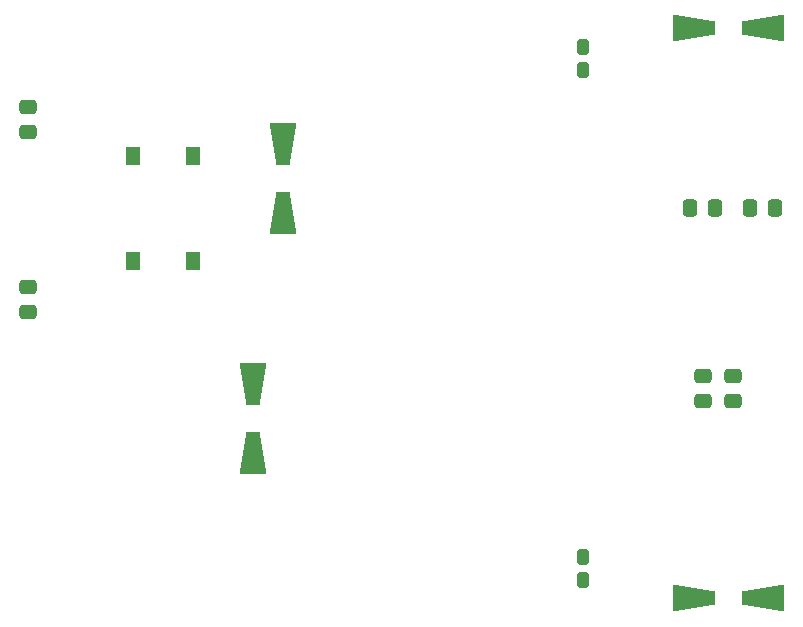
<source format=gbr>
%TF.GenerationSoftware,KiCad,Pcbnew,(6.0.10)*%
%TF.CreationDate,2023-04-08T13:34:01+03:00*%
%TF.ProjectId,DelSol_PSU,44656c53-6f6c-45f5-9053-552e6b696361,rev?*%
%TF.SameCoordinates,Original*%
%TF.FileFunction,Paste,Bot*%
%TF.FilePolarity,Positive*%
%FSLAX46Y46*%
G04 Gerber Fmt 4.6, Leading zero omitted, Abs format (unit mm)*
G04 Created by KiCad (PCBNEW (6.0.10)) date 2023-04-08 13:34:01*
%MOMM*%
%LPD*%
G01*
G04 APERTURE LIST*
G04 Aperture macros list*
%AMRoundRect*
0 Rectangle with rounded corners*
0 $1 Rounding radius*
0 $2 $3 $4 $5 $6 $7 $8 $9 X,Y pos of 4 corners*
0 Add a 4 corners polygon primitive as box body*
4,1,4,$2,$3,$4,$5,$6,$7,$8,$9,$2,$3,0*
0 Add four circle primitives for the rounded corners*
1,1,$1+$1,$2,$3*
1,1,$1+$1,$4,$5*
1,1,$1+$1,$6,$7*
1,1,$1+$1,$8,$9*
0 Add four rect primitives between the rounded corners*
20,1,$1+$1,$2,$3,$4,$5,0*
20,1,$1+$1,$4,$5,$6,$7,0*
20,1,$1+$1,$6,$7,$8,$9,0*
20,1,$1+$1,$8,$9,$2,$3,0*%
%AMOutline4P*
0 Free polygon, 4 corners , with rotation*
0 The origin of the aperture is its center*
0 number of corners: always 4*
0 $1 to $8 corner X, Y*
0 $9 Rotation angle, in degrees counterclockwise*
0 create outline with 4 corners*
4,1,4,$1,$2,$3,$4,$5,$6,$7,$8,$1,$2,$9*%
G04 Aperture macros list end*
%ADD10Outline4P,-1.800000X-1.150000X1.800000X-0.550000X1.800000X0.550000X-1.800000X1.150000X270.000000*%
%ADD11Outline4P,-1.800000X-1.150000X1.800000X-0.550000X1.800000X0.550000X-1.800000X1.150000X90.000000*%
%ADD12RoundRect,0.250000X-0.275000X0.400000X-0.275000X-0.400000X0.275000X-0.400000X0.275000X0.400000X0*%
%ADD13Outline4P,-1.800000X-1.150000X1.800000X-0.550000X1.800000X0.550000X-1.800000X1.150000X0.000000*%
%ADD14Outline4P,-1.800000X-1.150000X1.800000X-0.550000X1.800000X0.550000X-1.800000X1.150000X180.000000*%
%ADD15RoundRect,0.250000X0.475000X-0.337500X0.475000X0.337500X-0.475000X0.337500X-0.475000X-0.337500X0*%
%ADD16RoundRect,0.250000X-0.475000X0.337500X-0.475000X-0.337500X0.475000X-0.337500X0.475000X0.337500X0*%
%ADD17RoundRect,0.250000X0.337500X0.475000X-0.337500X0.475000X-0.337500X-0.475000X0.337500X-0.475000X0*%
%ADD18R,1.300000X1.500000*%
%ADD19RoundRect,0.250000X-0.337500X-0.475000X0.337500X-0.475000X0.337500X0.475000X-0.337500X0.475000X0*%
G04 APERTURE END LIST*
D10*
X91440000Y-68220000D03*
D11*
X91440000Y-74020000D03*
D12*
X119380000Y-82845000D03*
X119380000Y-84795000D03*
D13*
X128820000Y-38100000D03*
D14*
X134620000Y-38100000D03*
D15*
X72390000Y-62097500D03*
X72390000Y-60022500D03*
D12*
X119380000Y-39665000D03*
X119380000Y-41615000D03*
D16*
X129540000Y-67542500D03*
X129540000Y-69617500D03*
D15*
X72390000Y-46857500D03*
X72390000Y-44782500D03*
D16*
X132080000Y-67542500D03*
X132080000Y-69617500D03*
D13*
X128820000Y-86360000D03*
D14*
X134620000Y-86360000D03*
D17*
X135657500Y-53340000D03*
X133582500Y-53340000D03*
D18*
X81270000Y-48890000D03*
X86370000Y-48890000D03*
X86370000Y-57790000D03*
X81270000Y-57790000D03*
D10*
X93980000Y-47900000D03*
D11*
X93980000Y-53700000D03*
D19*
X128502500Y-53340000D03*
X130577500Y-53340000D03*
M02*

</source>
